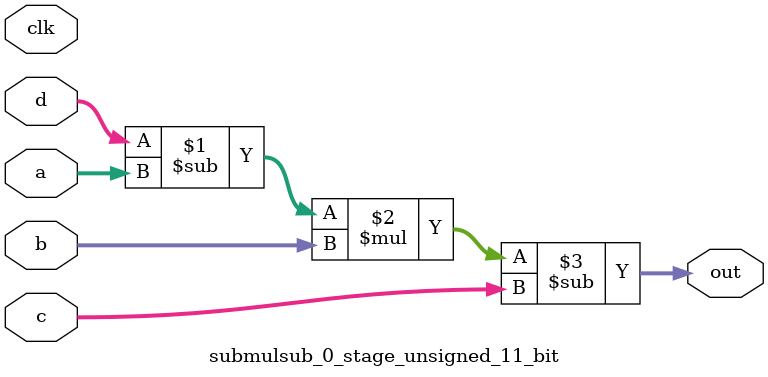
<source format=sv>
(* use_dsp = "yes" *) module submulsub_0_stage_unsigned_11_bit(
	input  [10:0] a,
	input  [10:0] b,
	input  [10:0] c,
	input  [10:0] d,
	output [10:0] out,
	input clk);

	assign out = ((d - a) * b) - c;
endmodule

</source>
